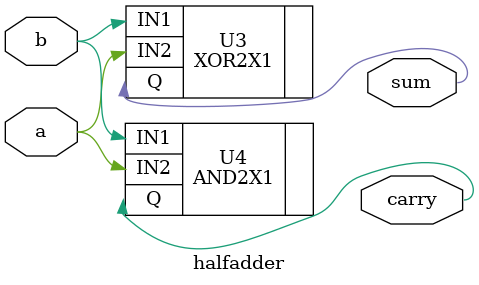
<source format=v>


module halfadder ( a, b, sum, carry );
  input a, b;
  output sum, carry;


  XOR2X1 U3 ( .IN1(b), .IN2(a), .Q(sum) );
  AND2X1 U4 ( .IN1(b), .IN2(a), .Q(carry) );
endmodule


</source>
